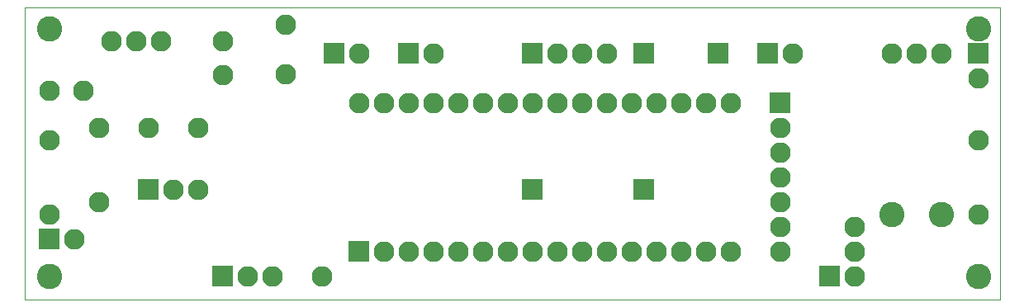
<source format=gbr>
%FSLAX34Y34*%
%MOMM*%
%LNSOLDERMASK_TOP*%
G71*
G01*
%ADD10C, 0.00*%
%ADD11C, 2.12*%
%ADD12C, 2.60*%
%ADD13C, 1.40*%
%LPD*%
G54D10*
X0Y1000000D02*
X1000000Y1000000D01*
X1000000Y700000D01*
X0Y700000D01*
X0Y1000000D01*
X76200Y876300D02*
G54D11*
D03*
X127000Y876300D02*
G54D11*
D03*
X177800Y876300D02*
G54D11*
D03*
X177800Y812800D02*
G54D11*
D03*
X152400Y812800D02*
G54D11*
D03*
X76200Y800100D02*
G54D11*
D03*
X342900Y952500D02*
G54D11*
D03*
X419100Y952500D02*
G54D11*
D03*
X342900Y901700D02*
G54D11*
D03*
X368300Y901700D02*
G54D11*
D03*
X393700Y901700D02*
G54D11*
D03*
X419100Y901700D02*
G54D11*
D03*
X444500Y901700D02*
G54D11*
D03*
X469900Y901700D02*
G54D11*
D03*
X495300Y901700D02*
G54D11*
D03*
X520700Y901700D02*
G54D11*
D03*
X546100Y901700D02*
G54D11*
D03*
X571500Y901700D02*
G54D11*
D03*
X673100Y901700D02*
G54D11*
D03*
X368300Y749300D02*
G54D11*
D03*
X393700Y749300D02*
G54D11*
D03*
X419100Y749300D02*
G54D11*
D03*
X444500Y749300D02*
G54D11*
D03*
X469900Y749300D02*
G54D11*
D03*
X495300Y749300D02*
G54D11*
D03*
X520700Y749300D02*
G54D11*
D03*
X546100Y749300D02*
G54D11*
D03*
X571500Y749300D02*
G54D11*
D03*
X596900Y749300D02*
G54D11*
D03*
X622300Y749300D02*
G54D11*
D03*
X647700Y749300D02*
G54D11*
D03*
X673100Y749300D02*
G54D11*
D03*
X698500Y749300D02*
G54D11*
D03*
X723900Y749300D02*
G54D11*
D03*
X774700Y749300D02*
G54D11*
D03*
X774700Y774700D02*
G54D11*
D03*
X774700Y800100D02*
G54D11*
D03*
X774700Y825500D02*
G54D11*
D03*
X774700Y850900D02*
G54D11*
D03*
X774700Y876300D02*
G54D11*
D03*
X850900Y723900D02*
G54D11*
D03*
X850900Y749300D02*
G54D11*
D03*
X850900Y774700D02*
G54D11*
D03*
X889000Y787400D02*
G54D11*
D03*
X939800Y787400D02*
G54D11*
D03*
X977900Y787400D02*
G54D11*
D03*
X977900Y863600D02*
G54D11*
D03*
X977900Y927100D02*
G54D11*
D03*
X939800Y952500D02*
G54D11*
D03*
X914800Y952500D02*
G54D11*
D03*
X889800Y952500D02*
G54D11*
D03*
X787400Y952500D02*
G54D11*
D03*
X304800Y723900D02*
G54D11*
D03*
X254000Y723900D02*
G54D11*
D03*
X228600Y723900D02*
G54D11*
D03*
X546100Y952500D02*
G54D11*
D03*
X571500Y952500D02*
G54D11*
D03*
X596900Y952500D02*
G54D11*
D03*
G36*
X116400Y823400D02*
X137600Y823400D01*
X137600Y802200D01*
X116400Y802200D01*
X116400Y823400D01*
G37*
G36*
X192600Y734500D02*
X213800Y734500D01*
X213800Y713300D01*
X192600Y713300D01*
X192600Y734500D01*
G37*
G36*
X306900Y963100D02*
X328100Y963100D01*
X328100Y941900D01*
X306900Y941900D01*
X306900Y963100D01*
G37*
G36*
X383100Y963100D02*
X404300Y963100D01*
X404300Y941900D01*
X383100Y941900D01*
X383100Y963100D01*
G37*
G36*
X510100Y963100D02*
X531300Y963100D01*
X531300Y941900D01*
X510100Y941900D01*
X510100Y963100D01*
G37*
G36*
X624400Y963100D02*
X645600Y963100D01*
X645600Y941900D01*
X624400Y941900D01*
X624400Y963100D01*
G37*
G36*
X700600Y963100D02*
X721800Y963100D01*
X721800Y941900D01*
X700600Y941900D01*
X700600Y963100D01*
G37*
G36*
X751400Y963100D02*
X772600Y963100D01*
X772600Y941900D01*
X751400Y941900D01*
X751400Y963100D01*
G37*
G36*
X967300Y963100D02*
X988500Y963100D01*
X988500Y941900D01*
X967300Y941900D01*
X967300Y963100D01*
G37*
G36*
X814900Y734500D02*
X836100Y734500D01*
X836100Y713300D01*
X814900Y713300D01*
X814900Y734500D01*
G37*
G36*
X764100Y912300D02*
X785300Y912300D01*
X785300Y891100D01*
X764100Y891100D01*
X764100Y912300D01*
G37*
G36*
X624400Y823400D02*
X645600Y823400D01*
X645600Y802200D01*
X624400Y802200D01*
X624400Y823400D01*
G37*
G36*
X510100Y823400D02*
X531300Y823400D01*
X531300Y802200D01*
X510100Y802200D01*
X510100Y823400D01*
G37*
G36*
X332300Y759900D02*
X353500Y759900D01*
X353500Y738700D01*
X332300Y738700D01*
X332300Y759900D01*
G37*
X596900Y901700D02*
G54D11*
D03*
X622300Y901700D02*
G54D11*
D03*
X647700Y901700D02*
G54D11*
D03*
X698500Y901700D02*
G54D11*
D03*
X723900Y901700D02*
G54D11*
D03*
X25400Y723900D02*
G54D12*
D03*
X977900Y723900D02*
G54D12*
D03*
X25400Y977900D02*
G54D12*
D03*
X977900Y977900D02*
G54D12*
D03*
X88900Y965200D02*
G54D13*
D03*
X114300Y965200D02*
G54D13*
D03*
X139700Y965200D02*
G54D13*
D03*
X203200Y965200D02*
G54D13*
D03*
X88900Y965200D02*
G54D11*
D03*
X114300Y965200D02*
G54D11*
D03*
X139700Y965200D02*
G54D11*
D03*
X203200Y965200D02*
G54D11*
D03*
X203200Y930200D02*
G54D11*
D03*
X60400Y914400D02*
G54D11*
D03*
X25400Y914400D02*
G54D11*
D03*
X25400Y863600D02*
G54D11*
D03*
X25400Y787400D02*
G54D11*
D03*
X50800Y762000D02*
G54D11*
D03*
G36*
X14800Y772600D02*
X36000Y772600D01*
X36000Y751400D01*
X14800Y751400D01*
X14800Y772600D01*
G37*
X267910Y931432D02*
G54D11*
D03*
X267910Y982232D02*
G54D11*
D03*
X889000Y787400D02*
G54D12*
D03*
X939800Y787400D02*
G54D12*
D03*
M02*

</source>
